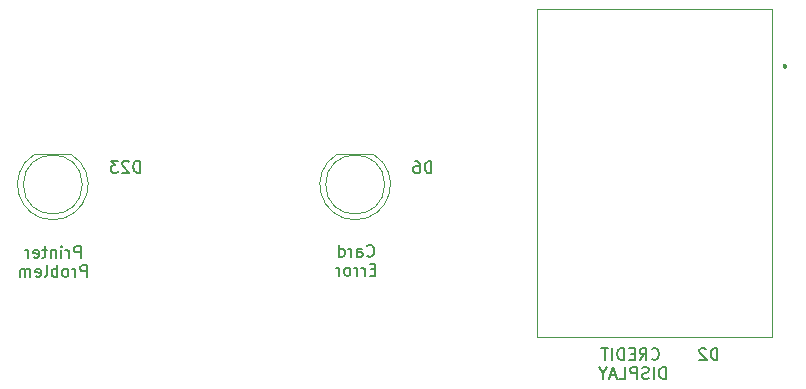
<source format=gbr>
%TF.GenerationSoftware,KiCad,Pcbnew,(6.0.2)*%
%TF.CreationDate,2022-07-07T23:03:13-05:00*%
%TF.ProjectId,Snap_Station,536e6170-5f53-4746-9174-696f6e2e6b69,rev?*%
%TF.SameCoordinates,Original*%
%TF.FileFunction,Legend,Bot*%
%TF.FilePolarity,Positive*%
%FSLAX46Y46*%
G04 Gerber Fmt 4.6, Leading zero omitted, Abs format (unit mm)*
G04 Created by KiCad (PCBNEW (6.0.2)) date 2022-07-07 23:03:13*
%MOMM*%
%LPD*%
G01*
G04 APERTURE LIST*
%ADD10C,0.150000*%
%ADD11C,0.300000*%
%ADD12C,0.100000*%
%ADD13C,0.120000*%
G04 APERTURE END LIST*
D10*
X153478714Y-132909380D02*
X153478714Y-131909380D01*
X153097761Y-131909380D01*
X153002523Y-131957000D01*
X152954904Y-132004619D01*
X152907285Y-132099857D01*
X152907285Y-132242714D01*
X152954904Y-132337952D01*
X153002523Y-132385571D01*
X153097761Y-132433190D01*
X153478714Y-132433190D01*
X152478714Y-132909380D02*
X152478714Y-132242714D01*
X152478714Y-132433190D02*
X152431095Y-132337952D01*
X152383476Y-132290333D01*
X152288238Y-132242714D01*
X152193000Y-132242714D01*
X151859666Y-132909380D02*
X151859666Y-132242714D01*
X151859666Y-131909380D02*
X151907285Y-131957000D01*
X151859666Y-132004619D01*
X151812047Y-131957000D01*
X151859666Y-131909380D01*
X151859666Y-132004619D01*
X151383476Y-132242714D02*
X151383476Y-132909380D01*
X151383476Y-132337952D02*
X151335857Y-132290333D01*
X151240619Y-132242714D01*
X151097761Y-132242714D01*
X151002523Y-132290333D01*
X150954904Y-132385571D01*
X150954904Y-132909380D01*
X150621571Y-132242714D02*
X150240619Y-132242714D01*
X150478714Y-131909380D02*
X150478714Y-132766523D01*
X150431095Y-132861761D01*
X150335857Y-132909380D01*
X150240619Y-132909380D01*
X149526333Y-132861761D02*
X149621571Y-132909380D01*
X149812047Y-132909380D01*
X149907285Y-132861761D01*
X149954904Y-132766523D01*
X149954904Y-132385571D01*
X149907285Y-132290333D01*
X149812047Y-132242714D01*
X149621571Y-132242714D01*
X149526333Y-132290333D01*
X149478714Y-132385571D01*
X149478714Y-132480809D01*
X149954904Y-132576047D01*
X149050142Y-132909380D02*
X149050142Y-132242714D01*
X149050142Y-132433190D02*
X149002523Y-132337952D01*
X148954904Y-132290333D01*
X148859666Y-132242714D01*
X148764428Y-132242714D01*
X154026333Y-134519380D02*
X154026333Y-133519380D01*
X153645380Y-133519380D01*
X153550142Y-133567000D01*
X153502523Y-133614619D01*
X153454904Y-133709857D01*
X153454904Y-133852714D01*
X153502523Y-133947952D01*
X153550142Y-133995571D01*
X153645380Y-134043190D01*
X154026333Y-134043190D01*
X153026333Y-134519380D02*
X153026333Y-133852714D01*
X153026333Y-134043190D02*
X152978714Y-133947952D01*
X152931095Y-133900333D01*
X152835857Y-133852714D01*
X152740619Y-133852714D01*
X152264428Y-134519380D02*
X152359666Y-134471761D01*
X152407285Y-134424142D01*
X152454904Y-134328904D01*
X152454904Y-134043190D01*
X152407285Y-133947952D01*
X152359666Y-133900333D01*
X152264428Y-133852714D01*
X152121571Y-133852714D01*
X152026333Y-133900333D01*
X151978714Y-133947952D01*
X151931095Y-134043190D01*
X151931095Y-134328904D01*
X151978714Y-134424142D01*
X152026333Y-134471761D01*
X152121571Y-134519380D01*
X152264428Y-134519380D01*
X151502523Y-134519380D02*
X151502523Y-133519380D01*
X151502523Y-133900333D02*
X151407285Y-133852714D01*
X151216809Y-133852714D01*
X151121571Y-133900333D01*
X151073952Y-133947952D01*
X151026333Y-134043190D01*
X151026333Y-134328904D01*
X151073952Y-134424142D01*
X151121571Y-134471761D01*
X151216809Y-134519380D01*
X151407285Y-134519380D01*
X151502523Y-134471761D01*
X150454904Y-134519380D02*
X150550142Y-134471761D01*
X150597761Y-134376523D01*
X150597761Y-133519380D01*
X149693000Y-134471761D02*
X149788238Y-134519380D01*
X149978714Y-134519380D01*
X150073952Y-134471761D01*
X150121571Y-134376523D01*
X150121571Y-133995571D01*
X150073952Y-133900333D01*
X149978714Y-133852714D01*
X149788238Y-133852714D01*
X149693000Y-133900333D01*
X149645380Y-133995571D01*
X149645380Y-134090809D01*
X150121571Y-134186047D01*
X149216809Y-134519380D02*
X149216809Y-133852714D01*
X149216809Y-133947952D02*
X149169190Y-133900333D01*
X149073952Y-133852714D01*
X148931095Y-133852714D01*
X148835857Y-133900333D01*
X148788238Y-133995571D01*
X148788238Y-134519380D01*
X148788238Y-133995571D02*
X148740619Y-133900333D01*
X148645380Y-133852714D01*
X148502523Y-133852714D01*
X148407285Y-133900333D01*
X148359666Y-133995571D01*
X148359666Y-134519380D01*
X177734761Y-132721142D02*
X177782380Y-132768761D01*
X177925238Y-132816380D01*
X178020476Y-132816380D01*
X178163333Y-132768761D01*
X178258571Y-132673523D01*
X178306190Y-132578285D01*
X178353809Y-132387809D01*
X178353809Y-132244952D01*
X178306190Y-132054476D01*
X178258571Y-131959238D01*
X178163333Y-131864000D01*
X178020476Y-131816380D01*
X177925238Y-131816380D01*
X177782380Y-131864000D01*
X177734761Y-131911619D01*
X176877619Y-132816380D02*
X176877619Y-132292571D01*
X176925238Y-132197333D01*
X177020476Y-132149714D01*
X177210952Y-132149714D01*
X177306190Y-132197333D01*
X176877619Y-132768761D02*
X176972857Y-132816380D01*
X177210952Y-132816380D01*
X177306190Y-132768761D01*
X177353809Y-132673523D01*
X177353809Y-132578285D01*
X177306190Y-132483047D01*
X177210952Y-132435428D01*
X176972857Y-132435428D01*
X176877619Y-132387809D01*
X176401428Y-132816380D02*
X176401428Y-132149714D01*
X176401428Y-132340190D02*
X176353809Y-132244952D01*
X176306190Y-132197333D01*
X176210952Y-132149714D01*
X176115714Y-132149714D01*
X175353809Y-132816380D02*
X175353809Y-131816380D01*
X175353809Y-132768761D02*
X175449047Y-132816380D01*
X175639523Y-132816380D01*
X175734761Y-132768761D01*
X175782380Y-132721142D01*
X175830000Y-132625904D01*
X175830000Y-132340190D01*
X175782380Y-132244952D01*
X175734761Y-132197333D01*
X175639523Y-132149714D01*
X175449047Y-132149714D01*
X175353809Y-132197333D01*
X178425238Y-133902571D02*
X178091904Y-133902571D01*
X177949047Y-134426380D02*
X178425238Y-134426380D01*
X178425238Y-133426380D01*
X177949047Y-133426380D01*
X177520476Y-134426380D02*
X177520476Y-133759714D01*
X177520476Y-133950190D02*
X177472857Y-133854952D01*
X177425238Y-133807333D01*
X177330000Y-133759714D01*
X177234761Y-133759714D01*
X176901428Y-134426380D02*
X176901428Y-133759714D01*
X176901428Y-133950190D02*
X176853809Y-133854952D01*
X176806190Y-133807333D01*
X176710952Y-133759714D01*
X176615714Y-133759714D01*
X176139523Y-134426380D02*
X176234761Y-134378761D01*
X176282380Y-134331142D01*
X176330000Y-134235904D01*
X176330000Y-133950190D01*
X176282380Y-133854952D01*
X176234761Y-133807333D01*
X176139523Y-133759714D01*
X175996666Y-133759714D01*
X175901428Y-133807333D01*
X175853809Y-133854952D01*
X175806190Y-133950190D01*
X175806190Y-134235904D01*
X175853809Y-134331142D01*
X175901428Y-134378761D01*
X175996666Y-134426380D01*
X176139523Y-134426380D01*
X175377619Y-134426380D02*
X175377619Y-133759714D01*
X175377619Y-133950190D02*
X175330000Y-133854952D01*
X175282380Y-133807333D01*
X175187142Y-133759714D01*
X175091904Y-133759714D01*
X207390333Y-141550380D02*
X207390333Y-140550380D01*
X207152238Y-140550380D01*
X207009380Y-140598000D01*
X206914142Y-140693238D01*
X206866523Y-140788476D01*
X206818904Y-140978952D01*
X206818904Y-141121809D01*
X206866523Y-141312285D01*
X206914142Y-141407523D01*
X207009380Y-141502761D01*
X207152238Y-141550380D01*
X207390333Y-141550380D01*
X206437952Y-140645619D02*
X206390333Y-140598000D01*
X206295095Y-140550380D01*
X206057000Y-140550380D01*
X205961761Y-140598000D01*
X205914142Y-140645619D01*
X205866523Y-140740857D01*
X205866523Y-140836095D01*
X205914142Y-140978952D01*
X206485571Y-141550380D01*
X205866523Y-141550380D01*
X201818904Y-141455142D02*
X201866523Y-141502761D01*
X202009380Y-141550380D01*
X202104619Y-141550380D01*
X202247476Y-141502761D01*
X202342714Y-141407523D01*
X202390333Y-141312285D01*
X202437952Y-141121809D01*
X202437952Y-140978952D01*
X202390333Y-140788476D01*
X202342714Y-140693238D01*
X202247476Y-140598000D01*
X202104619Y-140550380D01*
X202009380Y-140550380D01*
X201866523Y-140598000D01*
X201818904Y-140645619D01*
X200818904Y-141550380D02*
X201152238Y-141074190D01*
X201390333Y-141550380D02*
X201390333Y-140550380D01*
X201009380Y-140550380D01*
X200914142Y-140598000D01*
X200866523Y-140645619D01*
X200818904Y-140740857D01*
X200818904Y-140883714D01*
X200866523Y-140978952D01*
X200914142Y-141026571D01*
X201009380Y-141074190D01*
X201390333Y-141074190D01*
X200390333Y-141026571D02*
X200057000Y-141026571D01*
X199914142Y-141550380D02*
X200390333Y-141550380D01*
X200390333Y-140550380D01*
X199914142Y-140550380D01*
X199485571Y-141550380D02*
X199485571Y-140550380D01*
X199247476Y-140550380D01*
X199104619Y-140598000D01*
X199009380Y-140693238D01*
X198961761Y-140788476D01*
X198914142Y-140978952D01*
X198914142Y-141121809D01*
X198961761Y-141312285D01*
X199009380Y-141407523D01*
X199104619Y-141502761D01*
X199247476Y-141550380D01*
X199485571Y-141550380D01*
X198485571Y-141550380D02*
X198485571Y-140550380D01*
X198152238Y-140550380D02*
X197580809Y-140550380D01*
X197866523Y-141550380D02*
X197866523Y-140550380D01*
X203009380Y-143160380D02*
X203009380Y-142160380D01*
X202771285Y-142160380D01*
X202628428Y-142208000D01*
X202533190Y-142303238D01*
X202485571Y-142398476D01*
X202437952Y-142588952D01*
X202437952Y-142731809D01*
X202485571Y-142922285D01*
X202533190Y-143017523D01*
X202628428Y-143112761D01*
X202771285Y-143160380D01*
X203009380Y-143160380D01*
X202009380Y-143160380D02*
X202009380Y-142160380D01*
X201580809Y-143112761D02*
X201437952Y-143160380D01*
X201199857Y-143160380D01*
X201104619Y-143112761D01*
X201057000Y-143065142D01*
X201009380Y-142969904D01*
X201009380Y-142874666D01*
X201057000Y-142779428D01*
X201104619Y-142731809D01*
X201199857Y-142684190D01*
X201390333Y-142636571D01*
X201485571Y-142588952D01*
X201533190Y-142541333D01*
X201580809Y-142446095D01*
X201580809Y-142350857D01*
X201533190Y-142255619D01*
X201485571Y-142208000D01*
X201390333Y-142160380D01*
X201152238Y-142160380D01*
X201009380Y-142208000D01*
X200580809Y-143160380D02*
X200580809Y-142160380D01*
X200199857Y-142160380D01*
X200104619Y-142208000D01*
X200057000Y-142255619D01*
X200009380Y-142350857D01*
X200009380Y-142493714D01*
X200057000Y-142588952D01*
X200104619Y-142636571D01*
X200199857Y-142684190D01*
X200580809Y-142684190D01*
X199104619Y-143160380D02*
X199580809Y-143160380D01*
X199580809Y-142160380D01*
X198818904Y-142874666D02*
X198342714Y-142874666D01*
X198914142Y-143160380D02*
X198580809Y-142160380D01*
X198247476Y-143160380D01*
X197723666Y-142684190D02*
X197723666Y-143160380D01*
X198057000Y-142160380D02*
X197723666Y-142684190D01*
X197390333Y-142160380D01*
%TO.C,D6*%
X183182095Y-125742380D02*
X183182095Y-124742380D01*
X182944000Y-124742380D01*
X182801142Y-124790000D01*
X182705904Y-124885238D01*
X182658285Y-124980476D01*
X182610666Y-125170952D01*
X182610666Y-125313809D01*
X182658285Y-125504285D01*
X182705904Y-125599523D01*
X182801142Y-125694761D01*
X182944000Y-125742380D01*
X183182095Y-125742380D01*
X181753523Y-124742380D02*
X181944000Y-124742380D01*
X182039238Y-124790000D01*
X182086857Y-124837619D01*
X182182095Y-124980476D01*
X182229714Y-125170952D01*
X182229714Y-125551904D01*
X182182095Y-125647142D01*
X182134476Y-125694761D01*
X182039238Y-125742380D01*
X181848761Y-125742380D01*
X181753523Y-125694761D01*
X181705904Y-125647142D01*
X181658285Y-125551904D01*
X181658285Y-125313809D01*
X181705904Y-125218571D01*
X181753523Y-125170952D01*
X181848761Y-125123333D01*
X182039238Y-125123333D01*
X182134476Y-125170952D01*
X182182095Y-125218571D01*
X182229714Y-125313809D01*
%TO.C,D23*%
X158521285Y-125693380D02*
X158521285Y-124693380D01*
X158283190Y-124693380D01*
X158140333Y-124741000D01*
X158045095Y-124836238D01*
X157997476Y-124931476D01*
X157949857Y-125121952D01*
X157949857Y-125264809D01*
X157997476Y-125455285D01*
X158045095Y-125550523D01*
X158140333Y-125645761D01*
X158283190Y-125693380D01*
X158521285Y-125693380D01*
X157568904Y-124788619D02*
X157521285Y-124741000D01*
X157426047Y-124693380D01*
X157187952Y-124693380D01*
X157092714Y-124741000D01*
X157045095Y-124788619D01*
X156997476Y-124883857D01*
X156997476Y-124979095D01*
X157045095Y-125121952D01*
X157616523Y-125693380D01*
X156997476Y-125693380D01*
X156664142Y-124693380D02*
X156045095Y-124693380D01*
X156378428Y-125074333D01*
X156235571Y-125074333D01*
X156140333Y-125121952D01*
X156092714Y-125169571D01*
X156045095Y-125264809D01*
X156045095Y-125502904D01*
X156092714Y-125598142D01*
X156140333Y-125645761D01*
X156235571Y-125693380D01*
X156521285Y-125693380D01*
X156616523Y-125645761D01*
X156664142Y-125598142D01*
D11*
%TO.C,D2*%
X213112000Y-116632000D02*
X213112000Y-116632000D01*
X213112000Y-116732000D02*
X213112000Y-116732000D01*
D12*
X212062000Y-111887000D02*
X192162000Y-111887000D01*
X192162000Y-139577000D02*
X212062000Y-139577000D01*
X192162000Y-111887000D02*
X192162000Y-139577000D01*
X212062000Y-139577000D02*
X212062000Y-111887000D01*
D11*
X213112000Y-116632000D02*
G75*
G03*
X213112000Y-116732000I0J-50000D01*
G01*
X213112000Y-116732000D02*
G75*
G03*
X213112000Y-116632000I0J50000D01*
G01*
D13*
%TO.C,D6*%
X175183000Y-124146000D02*
X178273000Y-124146000D01*
X175183170Y-124146000D02*
G75*
G03*
X176728462Y-129696000I1544830J-2560000D01*
G01*
X176727538Y-129696000D02*
G75*
G03*
X178272830Y-124146000I462J2990000D01*
G01*
X179228000Y-126706000D02*
G75*
G03*
X179228000Y-126706000I-2500000J0D01*
G01*
%TO.C,D23*%
X149586000Y-124148000D02*
X152676000Y-124148000D01*
X149586170Y-124148000D02*
G75*
G03*
X151131462Y-129698000I1544830J-2560000D01*
G01*
X151130538Y-129698000D02*
G75*
G03*
X152675830Y-124148000I462J2990000D01*
G01*
X153631000Y-126708000D02*
G75*
G03*
X153631000Y-126708000I-2500000J0D01*
G01*
%TD*%
M02*

</source>
